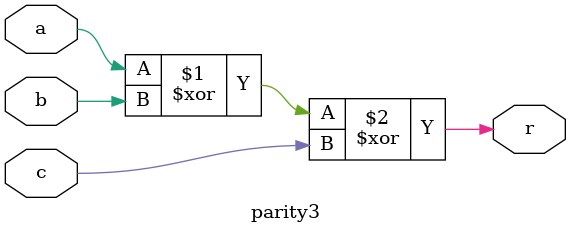
<source format=sv>
module parity3(
   input  logic a,
                b,
                c,
   output logic r);
   
//   always_comb r = a ^ b ^ c;
   assign r = a ^ b ^ c;
endmodule

</source>
